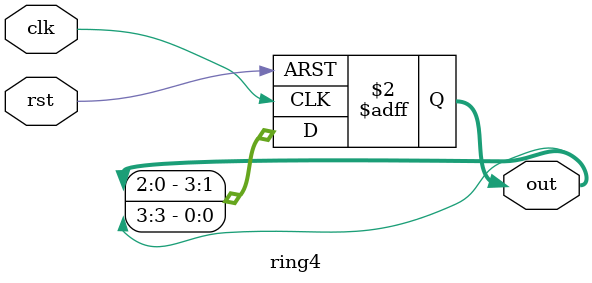
<source format=v>
module ring4(rst, clk, out);
    input rst, clk;
    output reg [3:0] out;

    always @(posedge clk or posedge rst) begin
        if(rst) begin
            out <= 4'b0001;
        end else begin
            out <= {out[2:0], out[3]};
        end
    end
endmodule
</source>
